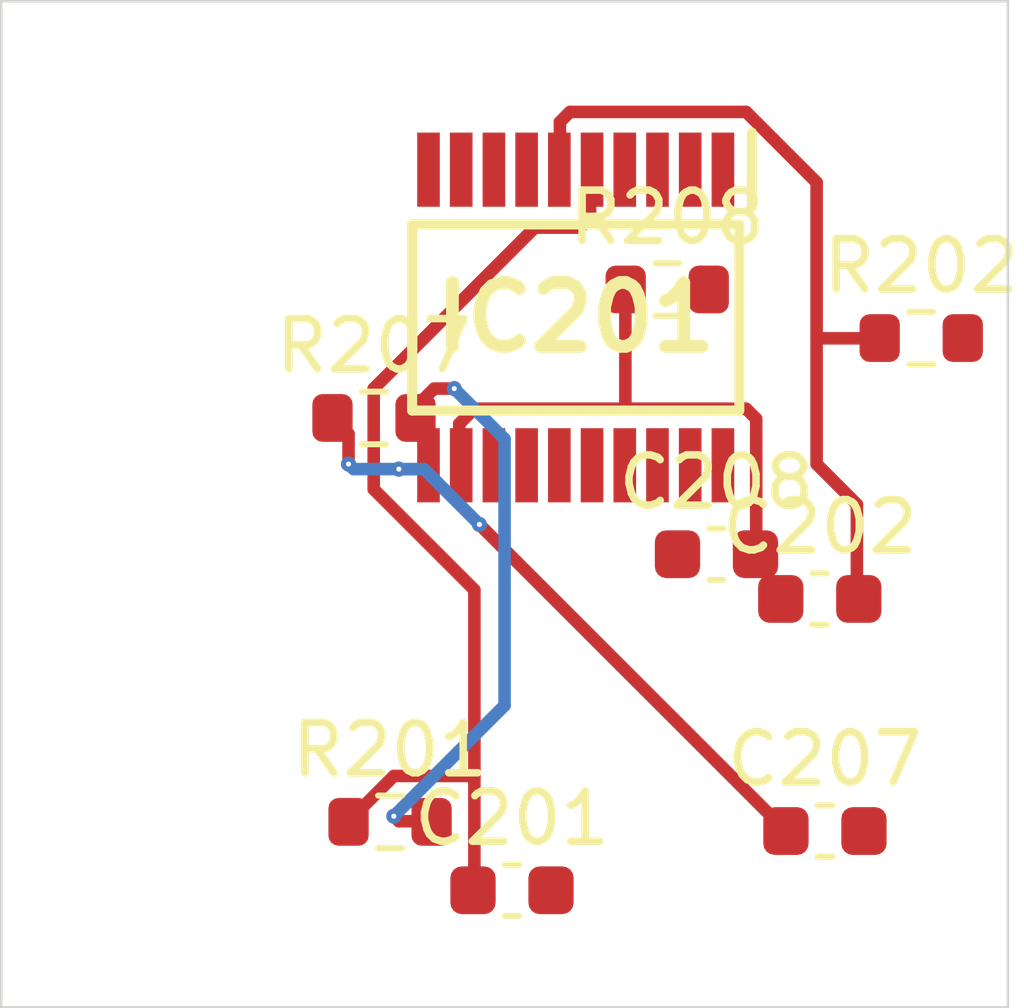
<source format=kicad_pcb>
 ( kicad_pcb  ( version 20171130 )
 ( host pcbnew 5.1.12-84ad8e8a86~92~ubuntu18.04.1 )
 ( general  ( thickness 1.6 )
 ( drawings 4 )
 ( tracks 0 )
 ( zones 0 )
 ( modules 9 )
 ( nets 19 )
)
 ( page A4 )
 ( layers  ( 0 F.Cu signal )
 ( 31 B.Cu signal )
 ( 32 B.Adhes user )
 ( 33 F.Adhes user )
 ( 34 B.Paste user )
 ( 35 F.Paste user )
 ( 36 B.SilkS user )
 ( 37 F.SilkS user )
 ( 38 B.Mask user )
 ( 39 F.Mask user )
 ( 40 Dwgs.User user )
 ( 41 Cmts.User user )
 ( 42 Eco1.User user )
 ( 43 Eco2.User user )
 ( 44 Edge.Cuts user )
 ( 45 Margin user )
 ( 46 B.CrtYd user )
 ( 47 F.CrtYd user )
 ( 48 B.Fab user )
 ( 49 F.Fab user )
)
 ( setup  ( last_trace_width 0.25 )
 ( trace_clearance 0.2 )
 ( zone_clearance 0.508 )
 ( zone_45_only no )
 ( trace_min 0.2 )
 ( via_size 0.8 )
 ( via_drill 0.4 )
 ( via_min_size 0.4 )
 ( via_min_drill 0.3 )
 ( uvia_size 0.3 )
 ( uvia_drill 0.1 )
 ( uvias_allowed no )
 ( uvia_min_size 0.2 )
 ( uvia_min_drill 0.1 )
 ( edge_width 0.05 )
 ( segment_width 0.2 )
 ( pcb_text_width 0.3 )
 ( pcb_text_size 1.5 1.5 )
 ( mod_edge_width 0.12 )
 ( mod_text_size 1 1 )
 ( mod_text_width 0.15 )
 ( pad_size 1.524 1.524 )
 ( pad_drill 0.762 )
 ( pad_to_mask_clearance 0 )
 ( aux_axis_origin 0 0 )
 ( visible_elements FFFFFF7F )
 ( pcbplotparams  ( layerselection 0x010fc_ffffffff )
 ( usegerberextensions false )
 ( usegerberattributes true )
 ( usegerberadvancedattributes true )
 ( creategerberjobfile true )
 ( excludeedgelayer true )
 ( linewidth 0.100000 )
 ( plotframeref false )
 ( viasonmask false )
 ( mode 1 )
 ( useauxorigin false )
 ( hpglpennumber 1 )
 ( hpglpenspeed 20 )
 ( hpglpendiameter 15.000000 )
 ( psnegative false )
 ( psa4output false )
 ( plotreference true )
 ( plotvalue true )
 ( plotinvisibletext false )
 ( padsonsilk false )
 ( subtractmaskfromsilk false )
 ( outputformat 1 )
 ( mirror false )
 ( drillshape 1 )
 ( scaleselection 1 )
 ( outputdirectory "" )
)
)
 ( net 0 "" )
 ( net 1 GND )
 ( net 2 /Sheet6235D886/ch0 )
 ( net 3 /Sheet6235D886/ch1 )
 ( net 4 /Sheet6235D886/ch2 )
 ( net 5 /Sheet6235D886/ch3 )
 ( net 6 /Sheet6235D886/ch4 )
 ( net 7 /Sheet6235D886/ch5 )
 ( net 8 /Sheet6235D886/ch6 )
 ( net 9 /Sheet6235D886/ch7 )
 ( net 10 VDD )
 ( net 11 VDDA )
 ( net 12 /Sheet6235D886/adc_csn )
 ( net 13 /Sheet6235D886/adc_sck )
 ( net 14 /Sheet6235D886/adc_sdi )
 ( net 15 /Sheet6235D886/adc_sdo )
 ( net 16 /Sheet6235D886/vp )
 ( net 17 /Sheet6248AD22/chn0 )
 ( net 18 /Sheet6248AD22/chn3 )
 ( net_class Default "This is the default net class."  ( clearance 0.2 )
 ( trace_width 0.25 )
 ( via_dia 0.8 )
 ( via_drill 0.4 )
 ( uvia_dia 0.3 )
 ( uvia_drill 0.1 )
 ( add_net /Sheet6235D886/adc_csn )
 ( add_net /Sheet6235D886/adc_sck )
 ( add_net /Sheet6235D886/adc_sdi )
 ( add_net /Sheet6235D886/adc_sdo )
 ( add_net /Sheet6235D886/ch0 )
 ( add_net /Sheet6235D886/ch1 )
 ( add_net /Sheet6235D886/ch2 )
 ( add_net /Sheet6235D886/ch3 )
 ( add_net /Sheet6235D886/ch4 )
 ( add_net /Sheet6235D886/ch5 )
 ( add_net /Sheet6235D886/ch6 )
 ( add_net /Sheet6235D886/ch7 )
 ( add_net /Sheet6235D886/vp )
 ( add_net /Sheet6248AD22/chn0 )
 ( add_net /Sheet6248AD22/chn3 )
 ( add_net GND )
 ( add_net VDD )
 ( add_net VDDA )
)
 ( module Capacitor_SMD:C_0603_1608Metric  ( layer F.Cu )
 ( tedit 5F68FEEE )
 ( tstamp 6234222D )
 ( at 90.148000 117.672000 )
 ( descr "Capacitor SMD 0603 (1608 Metric), square (rectangular) end terminal, IPC_7351 nominal, (Body size source: IPC-SM-782 page 76, https://www.pcb-3d.com/wordpress/wp-content/uploads/ipc-sm-782a_amendment_1_and_2.pdf), generated with kicad-footprint-generator" )
 ( tags capacitor )
 ( path /6235D887/623691C5 )
 ( attr smd )
 ( fp_text reference C201  ( at 0 -1.43 )
 ( layer F.SilkS )
 ( effects  ( font  ( size 1 1 )
 ( thickness 0.15 )
)
)
)
 ( fp_text value 0.1uF  ( at 0 1.43 )
 ( layer F.Fab )
 ( effects  ( font  ( size 1 1 )
 ( thickness 0.15 )
)
)
)
 ( fp_line  ( start -0.8 0.4 )
 ( end -0.8 -0.4 )
 ( layer F.Fab )
 ( width 0.1 )
)
 ( fp_line  ( start -0.8 -0.4 )
 ( end 0.8 -0.4 )
 ( layer F.Fab )
 ( width 0.1 )
)
 ( fp_line  ( start 0.8 -0.4 )
 ( end 0.8 0.4 )
 ( layer F.Fab )
 ( width 0.1 )
)
 ( fp_line  ( start 0.8 0.4 )
 ( end -0.8 0.4 )
 ( layer F.Fab )
 ( width 0.1 )
)
 ( fp_line  ( start -0.14058 -0.51 )
 ( end 0.14058 -0.51 )
 ( layer F.SilkS )
 ( width 0.12 )
)
 ( fp_line  ( start -0.14058 0.51 )
 ( end 0.14058 0.51 )
 ( layer F.SilkS )
 ( width 0.12 )
)
 ( fp_line  ( start -1.48 0.73 )
 ( end -1.48 -0.73 )
 ( layer F.CrtYd )
 ( width 0.05 )
)
 ( fp_line  ( start -1.48 -0.73 )
 ( end 1.48 -0.73 )
 ( layer F.CrtYd )
 ( width 0.05 )
)
 ( fp_line  ( start 1.48 -0.73 )
 ( end 1.48 0.73 )
 ( layer F.CrtYd )
 ( width 0.05 )
)
 ( fp_line  ( start 1.48 0.73 )
 ( end -1.48 0.73 )
 ( layer F.CrtYd )
 ( width 0.05 )
)
 ( fp_text user %R  ( at 0 0 )
 ( layer F.Fab )
 ( effects  ( font  ( size 0.4 0.4 )
 ( thickness 0.06 )
)
)
)
 ( pad 2 smd roundrect  ( at 0.775 0 )
 ( size 0.9 0.95 )
 ( layers F.Cu F.Mask F.Paste )
 ( roundrect_rratio 0.25 )
 ( net 1 GND )
)
 ( pad 1 smd roundrect  ( at -0.775 0 )
 ( size 0.9 0.95 )
 ( layers F.Cu F.Mask F.Paste )
 ( roundrect_rratio 0.25 )
 ( net 2 /Sheet6235D886/ch0 )
)
 ( model ${KISYS3DMOD}/Capacitor_SMD.3dshapes/C_0603_1608Metric.wrl  ( at  ( xyz 0 0 0 )
)
 ( scale  ( xyz 1 1 1 )
)
 ( rotate  ( xyz 0 0 0 )
)
)
)
 ( module Capacitor_SMD:C_0603_1608Metric  ( layer F.Cu )
 ( tedit 5F68FEEE )
 ( tstamp 6234223E )
 ( at 96.262700 111.881000 )
 ( descr "Capacitor SMD 0603 (1608 Metric), square (rectangular) end terminal, IPC_7351 nominal, (Body size source: IPC-SM-782 page 76, https://www.pcb-3d.com/wordpress/wp-content/uploads/ipc-sm-782a_amendment_1_and_2.pdf), generated with kicad-footprint-generator" )
 ( tags capacitor )
 ( path /6235D887/62369EE0 )
 ( attr smd )
 ( fp_text reference C202  ( at 0 -1.43 )
 ( layer F.SilkS )
 ( effects  ( font  ( size 1 1 )
 ( thickness 0.15 )
)
)
)
 ( fp_text value 0.1uF  ( at 0 1.43 )
 ( layer F.Fab )
 ( effects  ( font  ( size 1 1 )
 ( thickness 0.15 )
)
)
)
 ( fp_line  ( start 1.48 0.73 )
 ( end -1.48 0.73 )
 ( layer F.CrtYd )
 ( width 0.05 )
)
 ( fp_line  ( start 1.48 -0.73 )
 ( end 1.48 0.73 )
 ( layer F.CrtYd )
 ( width 0.05 )
)
 ( fp_line  ( start -1.48 -0.73 )
 ( end 1.48 -0.73 )
 ( layer F.CrtYd )
 ( width 0.05 )
)
 ( fp_line  ( start -1.48 0.73 )
 ( end -1.48 -0.73 )
 ( layer F.CrtYd )
 ( width 0.05 )
)
 ( fp_line  ( start -0.14058 0.51 )
 ( end 0.14058 0.51 )
 ( layer F.SilkS )
 ( width 0.12 )
)
 ( fp_line  ( start -0.14058 -0.51 )
 ( end 0.14058 -0.51 )
 ( layer F.SilkS )
 ( width 0.12 )
)
 ( fp_line  ( start 0.8 0.4 )
 ( end -0.8 0.4 )
 ( layer F.Fab )
 ( width 0.1 )
)
 ( fp_line  ( start 0.8 -0.4 )
 ( end 0.8 0.4 )
 ( layer F.Fab )
 ( width 0.1 )
)
 ( fp_line  ( start -0.8 -0.4 )
 ( end 0.8 -0.4 )
 ( layer F.Fab )
 ( width 0.1 )
)
 ( fp_line  ( start -0.8 0.4 )
 ( end -0.8 -0.4 )
 ( layer F.Fab )
 ( width 0.1 )
)
 ( fp_text user %R  ( at 0 0 )
 ( layer F.Fab )
 ( effects  ( font  ( size 0.4 0.4 )
 ( thickness 0.06 )
)
)
)
 ( pad 1 smd roundrect  ( at -0.775 0 )
 ( size 0.9 0.95 )
 ( layers F.Cu F.Mask F.Paste )
 ( roundrect_rratio 0.25 )
 ( net 1 GND )
)
 ( pad 2 smd roundrect  ( at 0.775 0 )
 ( size 0.9 0.95 )
 ( layers F.Cu F.Mask F.Paste )
 ( roundrect_rratio 0.25 )
 ( net 3 /Sheet6235D886/ch1 )
)
 ( model ${KISYS3DMOD}/Capacitor_SMD.3dshapes/C_0603_1608Metric.wrl  ( at  ( xyz 0 0 0 )
)
 ( scale  ( xyz 1 1 1 )
)
 ( rotate  ( xyz 0 0 0 )
)
)
)
 ( module Capacitor_SMD:C_0603_1608Metric  ( layer F.Cu )
 ( tedit 5F68FEEE )
 ( tstamp 62342293 )
 ( at 96.365400 116.495000 )
 ( descr "Capacitor SMD 0603 (1608 Metric), square (rectangular) end terminal, IPC_7351 nominal, (Body size source: IPC-SM-782 page 76, https://www.pcb-3d.com/wordpress/wp-content/uploads/ipc-sm-782a_amendment_1_and_2.pdf), generated with kicad-footprint-generator" )
 ( tags capacitor )
 ( path /6235D887/6238B3FE )
 ( attr smd )
 ( fp_text reference C207  ( at 0 -1.43 )
 ( layer F.SilkS )
 ( effects  ( font  ( size 1 1 )
 ( thickness 0.15 )
)
)
)
 ( fp_text value 0.1uF  ( at 0 1.43 )
 ( layer F.Fab )
 ( effects  ( font  ( size 1 1 )
 ( thickness 0.15 )
)
)
)
 ( fp_line  ( start -0.8 0.4 )
 ( end -0.8 -0.4 )
 ( layer F.Fab )
 ( width 0.1 )
)
 ( fp_line  ( start -0.8 -0.4 )
 ( end 0.8 -0.4 )
 ( layer F.Fab )
 ( width 0.1 )
)
 ( fp_line  ( start 0.8 -0.4 )
 ( end 0.8 0.4 )
 ( layer F.Fab )
 ( width 0.1 )
)
 ( fp_line  ( start 0.8 0.4 )
 ( end -0.8 0.4 )
 ( layer F.Fab )
 ( width 0.1 )
)
 ( fp_line  ( start -0.14058 -0.51 )
 ( end 0.14058 -0.51 )
 ( layer F.SilkS )
 ( width 0.12 )
)
 ( fp_line  ( start -0.14058 0.51 )
 ( end 0.14058 0.51 )
 ( layer F.SilkS )
 ( width 0.12 )
)
 ( fp_line  ( start -1.48 0.73 )
 ( end -1.48 -0.73 )
 ( layer F.CrtYd )
 ( width 0.05 )
)
 ( fp_line  ( start -1.48 -0.73 )
 ( end 1.48 -0.73 )
 ( layer F.CrtYd )
 ( width 0.05 )
)
 ( fp_line  ( start 1.48 -0.73 )
 ( end 1.48 0.73 )
 ( layer F.CrtYd )
 ( width 0.05 )
)
 ( fp_line  ( start 1.48 0.73 )
 ( end -1.48 0.73 )
 ( layer F.CrtYd )
 ( width 0.05 )
)
 ( fp_text user %R  ( at 0 0 )
 ( layer F.Fab )
 ( effects  ( font  ( size 0.4 0.4 )
 ( thickness 0.06 )
)
)
)
 ( pad 2 smd roundrect  ( at 0.775 0 )
 ( size 0.9 0.95 )
 ( layers F.Cu F.Mask F.Paste )
 ( roundrect_rratio 0.25 )
 ( net 1 GND )
)
 ( pad 1 smd roundrect  ( at -0.775 0 )
 ( size 0.9 0.95 )
 ( layers F.Cu F.Mask F.Paste )
 ( roundrect_rratio 0.25 )
 ( net 8 /Sheet6235D886/ch6 )
)
 ( model ${KISYS3DMOD}/Capacitor_SMD.3dshapes/C_0603_1608Metric.wrl  ( at  ( xyz 0 0 0 )
)
 ( scale  ( xyz 1 1 1 )
)
 ( rotate  ( xyz 0 0 0 )
)
)
)
 ( module Capacitor_SMD:C_0603_1608Metric  ( layer F.Cu )
 ( tedit 5F68FEEE )
 ( tstamp 623422A4 )
 ( at 94.210500 110.992000 )
 ( descr "Capacitor SMD 0603 (1608 Metric), square (rectangular) end terminal, IPC_7351 nominal, (Body size source: IPC-SM-782 page 76, https://www.pcb-3d.com/wordpress/wp-content/uploads/ipc-sm-782a_amendment_1_and_2.pdf), generated with kicad-footprint-generator" )
 ( tags capacitor )
 ( path /6235D887/6238B404 )
 ( attr smd )
 ( fp_text reference C208  ( at 0 -1.43 )
 ( layer F.SilkS )
 ( effects  ( font  ( size 1 1 )
 ( thickness 0.15 )
)
)
)
 ( fp_text value 0.1uF  ( at 0 1.43 )
 ( layer F.Fab )
 ( effects  ( font  ( size 1 1 )
 ( thickness 0.15 )
)
)
)
 ( fp_line  ( start 1.48 0.73 )
 ( end -1.48 0.73 )
 ( layer F.CrtYd )
 ( width 0.05 )
)
 ( fp_line  ( start 1.48 -0.73 )
 ( end 1.48 0.73 )
 ( layer F.CrtYd )
 ( width 0.05 )
)
 ( fp_line  ( start -1.48 -0.73 )
 ( end 1.48 -0.73 )
 ( layer F.CrtYd )
 ( width 0.05 )
)
 ( fp_line  ( start -1.48 0.73 )
 ( end -1.48 -0.73 )
 ( layer F.CrtYd )
 ( width 0.05 )
)
 ( fp_line  ( start -0.14058 0.51 )
 ( end 0.14058 0.51 )
 ( layer F.SilkS )
 ( width 0.12 )
)
 ( fp_line  ( start -0.14058 -0.51 )
 ( end 0.14058 -0.51 )
 ( layer F.SilkS )
 ( width 0.12 )
)
 ( fp_line  ( start 0.8 0.4 )
 ( end -0.8 0.4 )
 ( layer F.Fab )
 ( width 0.1 )
)
 ( fp_line  ( start 0.8 -0.4 )
 ( end 0.8 0.4 )
 ( layer F.Fab )
 ( width 0.1 )
)
 ( fp_line  ( start -0.8 -0.4 )
 ( end 0.8 -0.4 )
 ( layer F.Fab )
 ( width 0.1 )
)
 ( fp_line  ( start -0.8 0.4 )
 ( end -0.8 -0.4 )
 ( layer F.Fab )
 ( width 0.1 )
)
 ( fp_text user %R  ( at 0 0 )
 ( layer F.Fab )
 ( effects  ( font  ( size 0.4 0.4 )
 ( thickness 0.06 )
)
)
)
 ( pad 1 smd roundrect  ( at -0.775 0 )
 ( size 0.9 0.95 )
 ( layers F.Cu F.Mask F.Paste )
 ( roundrect_rratio 0.25 )
 ( net 1 GND )
)
 ( pad 2 smd roundrect  ( at 0.775 0 )
 ( size 0.9 0.95 )
 ( layers F.Cu F.Mask F.Paste )
 ( roundrect_rratio 0.25 )
 ( net 9 /Sheet6235D886/ch7 )
)
 ( model ${KISYS3DMOD}/Capacitor_SMD.3dshapes/C_0603_1608Metric.wrl  ( at  ( xyz 0 0 0 )
)
 ( scale  ( xyz 1 1 1 )
)
 ( rotate  ( xyz 0 0 0 )
)
)
)
 ( module MCP3564R-E_ST:SOP65P640X120-20N locked  ( layer F.Cu )
 ( tedit 623351C2 )
 ( tstamp 623423D6 )
 ( at 91.413300 106.286000 270.000000 )
 ( descr "20-Lead Plastic Thin Shrink Small Outline (ST) - 4.4mm body [TSSOP]" )
 ( tags "Integrated Circuit" )
 ( path /6235D887/6235E071 )
 ( attr smd )
 ( fp_text reference IC201  ( at 0 0 )
 ( layer F.SilkS )
 ( effects  ( font  ( size 1.27 1.27 )
 ( thickness 0.254 )
)
)
)
 ( fp_text value MCP3564R-E_ST  ( at 0 0 )
 ( layer F.SilkS )
hide  ( effects  ( font  ( size 1.27 1.27 )
 ( thickness 0.254 )
)
)
)
 ( fp_line  ( start -3.925 -3.55 )
 ( end 3.925 -3.55 )
 ( layer Dwgs.User )
 ( width 0.05 )
)
 ( fp_line  ( start 3.925 -3.55 )
 ( end 3.925 3.55 )
 ( layer Dwgs.User )
 ( width 0.05 )
)
 ( fp_line  ( start 3.925 3.55 )
 ( end -3.925 3.55 )
 ( layer Dwgs.User )
 ( width 0.05 )
)
 ( fp_line  ( start -3.925 3.55 )
 ( end -3.925 -3.55 )
 ( layer Dwgs.User )
 ( width 0.05 )
)
 ( fp_line  ( start -2.2 -3.25 )
 ( end 2.2 -3.25 )
 ( layer Dwgs.User )
 ( width 0.1 )
)
 ( fp_line  ( start 2.2 -3.25 )
 ( end 2.2 3.25 )
 ( layer Dwgs.User )
 ( width 0.1 )
)
 ( fp_line  ( start 2.2 3.25 )
 ( end -2.2 3.25 )
 ( layer Dwgs.User )
 ( width 0.1 )
)
 ( fp_line  ( start -2.2 3.25 )
 ( end -2.2 -3.25 )
 ( layer Dwgs.User )
 ( width 0.1 )
)
 ( fp_line  ( start -2.2 -2.6 )
 ( end -1.55 -3.25 )
 ( layer Dwgs.User )
 ( width 0.1 )
)
 ( fp_line  ( start -1.85 -3.25 )
 ( end 1.85 -3.25 )
 ( layer F.SilkS )
 ( width 0.2 )
)
 ( fp_line  ( start 1.85 -3.25 )
 ( end 1.85 3.25 )
 ( layer F.SilkS )
 ( width 0.2 )
)
 ( fp_line  ( start 1.85 3.25 )
 ( end -1.85 3.25 )
 ( layer F.SilkS )
 ( width 0.2 )
)
 ( fp_line  ( start -1.85 3.25 )
 ( end -1.85 -3.25 )
 ( layer F.SilkS )
 ( width 0.2 )
)
 ( fp_line  ( start -3.675 -3.5 )
 ( end -2.2 -3.5 )
 ( layer F.SilkS )
 ( width 0.2 )
)
 ( pad 1 smd rect  ( at -2.938 -2.925 )
 ( size 0.45 1.475 )
 ( layers F.Cu F.Mask F.Paste )
 ( net 11 VDDA )
)
 ( pad 2 smd rect  ( at -2.938 -2.275 )
 ( size 0.45 1.475 )
 ( layers F.Cu F.Mask F.Paste )
 ( net 1 GND )
)
 ( pad 3 smd rect  ( at -2.938 -1.625 )
 ( size 0.45 1.475 )
 ( layers F.Cu F.Mask F.Paste )
 ( net 1 GND )
)
 ( pad 4 smd rect  ( at -2.938 -0.975 )
 ( size 0.45 1.475 )
 ( layers F.Cu F.Mask F.Paste )
)
 ( pad 5 smd rect  ( at -2.938 -0.325 )
 ( size 0.45 1.475 )
 ( layers F.Cu F.Mask F.Paste )
 ( net 2 /Sheet6235D886/ch0 )
)
 ( pad 6 smd rect  ( at -2.938 0.325 )
 ( size 0.45 1.475 )
 ( layers F.Cu F.Mask F.Paste )
 ( net 3 /Sheet6235D886/ch1 )
)
 ( pad 7 smd rect  ( at -2.938 0.975 )
 ( size 0.45 1.475 )
 ( layers F.Cu F.Mask F.Paste )
 ( net 4 /Sheet6235D886/ch2 )
)
 ( pad 8 smd rect  ( at -2.938 1.625 )
 ( size 0.45 1.475 )
 ( layers F.Cu F.Mask F.Paste )
 ( net 5 /Sheet6235D886/ch3 )
)
 ( pad 9 smd rect  ( at -2.938 2.275 )
 ( size 0.45 1.475 )
 ( layers F.Cu F.Mask F.Paste )
 ( net 6 /Sheet6235D886/ch4 )
)
 ( pad 10 smd rect  ( at -2.938 2.925 )
 ( size 0.45 1.475 )
 ( layers F.Cu F.Mask F.Paste )
 ( net 7 /Sheet6235D886/ch5 )
)
 ( pad 11 smd rect  ( at 2.938 2.925 )
 ( size 0.45 1.475 )
 ( layers F.Cu F.Mask F.Paste )
 ( net 8 /Sheet6235D886/ch6 )
)
 ( pad 12 smd rect  ( at 2.938 2.275 )
 ( size 0.45 1.475 )
 ( layers F.Cu F.Mask F.Paste )
 ( net 9 /Sheet6235D886/ch7 )
)
 ( pad 13 smd rect  ( at 2.938 1.625 )
 ( size 0.45 1.475 )
 ( layers F.Cu F.Mask F.Paste )
 ( net 12 /Sheet6235D886/adc_csn )
)
 ( pad 14 smd rect  ( at 2.938 0.975 )
 ( size 0.45 1.475 )
 ( layers F.Cu F.Mask F.Paste )
 ( net 13 /Sheet6235D886/adc_sck )
)
 ( pad 15 smd rect  ( at 2.938 0.325 )
 ( size 0.45 1.475 )
 ( layers F.Cu F.Mask F.Paste )
 ( net 14 /Sheet6235D886/adc_sdi )
)
 ( pad 16 smd rect  ( at 2.938 -0.325 )
 ( size 0.45 1.475 )
 ( layers F.Cu F.Mask F.Paste )
 ( net 15 /Sheet6235D886/adc_sdo )
)
 ( pad 17 smd rect  ( at 2.938 -0.975 )
 ( size 0.45 1.475 )
 ( layers F.Cu F.Mask F.Paste )
)
 ( pad 18 smd rect  ( at 2.938 -1.625 )
 ( size 0.45 1.475 )
 ( layers F.Cu F.Mask F.Paste )
)
 ( pad 19 smd rect  ( at 2.938 -2.275 )
 ( size 0.45 1.475 )
 ( layers F.Cu F.Mask F.Paste )
 ( net 1 GND )
)
 ( pad 20 smd rect  ( at 2.938 -2.925 )
 ( size 0.45 1.475 )
 ( layers F.Cu F.Mask F.Paste )
 ( net 10 VDD )
)
)
 ( module Resistor_SMD:R_0603_1608Metric  ( layer F.Cu )
 ( tedit 5F68FEEE )
 ( tstamp 6234250D )
 ( at 87.725100 116.312000 )
 ( descr "Resistor SMD 0603 (1608 Metric), square (rectangular) end terminal, IPC_7351 nominal, (Body size source: IPC-SM-782 page 72, https://www.pcb-3d.com/wordpress/wp-content/uploads/ipc-sm-782a_amendment_1_and_2.pdf), generated with kicad-footprint-generator" )
 ( tags resistor )
 ( path /6235D887/623641B7 )
 ( attr smd )
 ( fp_text reference R201  ( at 0 -1.43 )
 ( layer F.SilkS )
 ( effects  ( font  ( size 1 1 )
 ( thickness 0.15 )
)
)
)
 ( fp_text value 1k  ( at 0 1.43 )
 ( layer F.Fab )
 ( effects  ( font  ( size 1 1 )
 ( thickness 0.15 )
)
)
)
 ( fp_line  ( start -0.8 0.4125 )
 ( end -0.8 -0.4125 )
 ( layer F.Fab )
 ( width 0.1 )
)
 ( fp_line  ( start -0.8 -0.4125 )
 ( end 0.8 -0.4125 )
 ( layer F.Fab )
 ( width 0.1 )
)
 ( fp_line  ( start 0.8 -0.4125 )
 ( end 0.8 0.4125 )
 ( layer F.Fab )
 ( width 0.1 )
)
 ( fp_line  ( start 0.8 0.4125 )
 ( end -0.8 0.4125 )
 ( layer F.Fab )
 ( width 0.1 )
)
 ( fp_line  ( start -0.237258 -0.5225 )
 ( end 0.237258 -0.5225 )
 ( layer F.SilkS )
 ( width 0.12 )
)
 ( fp_line  ( start -0.237258 0.5225 )
 ( end 0.237258 0.5225 )
 ( layer F.SilkS )
 ( width 0.12 )
)
 ( fp_line  ( start -1.48 0.73 )
 ( end -1.48 -0.73 )
 ( layer F.CrtYd )
 ( width 0.05 )
)
 ( fp_line  ( start -1.48 -0.73 )
 ( end 1.48 -0.73 )
 ( layer F.CrtYd )
 ( width 0.05 )
)
 ( fp_line  ( start 1.48 -0.73 )
 ( end 1.48 0.73 )
 ( layer F.CrtYd )
 ( width 0.05 )
)
 ( fp_line  ( start 1.48 0.73 )
 ( end -1.48 0.73 )
 ( layer F.CrtYd )
 ( width 0.05 )
)
 ( fp_text user %R  ( at 0 0 )
 ( layer F.Fab )
 ( effects  ( font  ( size 0.4 0.4 )
 ( thickness 0.06 )
)
)
)
 ( pad 2 smd roundrect  ( at 0.825 0 )
 ( size 0.8 0.95 )
 ( layers F.Cu F.Mask F.Paste )
 ( roundrect_rratio 0.25 )
 ( net 16 /Sheet6235D886/vp )
)
 ( pad 1 smd roundrect  ( at -0.825 0 )
 ( size 0.8 0.95 )
 ( layers F.Cu F.Mask F.Paste )
 ( roundrect_rratio 0.25 )
 ( net 2 /Sheet6235D886/ch0 )
)
 ( model ${KISYS3DMOD}/Resistor_SMD.3dshapes/R_0603_1608Metric.wrl  ( at  ( xyz 0 0 0 )
)
 ( scale  ( xyz 1 1 1 )
)
 ( rotate  ( xyz 0 0 0 )
)
)
)
 ( module Resistor_SMD:R_0603_1608Metric  ( layer F.Cu )
 ( tedit 5F68FEEE )
 ( tstamp 6234251E )
 ( at 98.278600 106.695000 )
 ( descr "Resistor SMD 0603 (1608 Metric), square (rectangular) end terminal, IPC_7351 nominal, (Body size source: IPC-SM-782 page 72, https://www.pcb-3d.com/wordpress/wp-content/uploads/ipc-sm-782a_amendment_1_and_2.pdf), generated with kicad-footprint-generator" )
 ( tags resistor )
 ( path /6235D887/6236A646 )
 ( attr smd )
 ( fp_text reference R202  ( at 0 -1.43 )
 ( layer F.SilkS )
 ( effects  ( font  ( size 1 1 )
 ( thickness 0.15 )
)
)
)
 ( fp_text value 1k  ( at 0 1.43 )
 ( layer F.Fab )
 ( effects  ( font  ( size 1 1 )
 ( thickness 0.15 )
)
)
)
 ( fp_line  ( start 1.48 0.73 )
 ( end -1.48 0.73 )
 ( layer F.CrtYd )
 ( width 0.05 )
)
 ( fp_line  ( start 1.48 -0.73 )
 ( end 1.48 0.73 )
 ( layer F.CrtYd )
 ( width 0.05 )
)
 ( fp_line  ( start -1.48 -0.73 )
 ( end 1.48 -0.73 )
 ( layer F.CrtYd )
 ( width 0.05 )
)
 ( fp_line  ( start -1.48 0.73 )
 ( end -1.48 -0.73 )
 ( layer F.CrtYd )
 ( width 0.05 )
)
 ( fp_line  ( start -0.237258 0.5225 )
 ( end 0.237258 0.5225 )
 ( layer F.SilkS )
 ( width 0.12 )
)
 ( fp_line  ( start -0.237258 -0.5225 )
 ( end 0.237258 -0.5225 )
 ( layer F.SilkS )
 ( width 0.12 )
)
 ( fp_line  ( start 0.8 0.4125 )
 ( end -0.8 0.4125 )
 ( layer F.Fab )
 ( width 0.1 )
)
 ( fp_line  ( start 0.8 -0.4125 )
 ( end 0.8 0.4125 )
 ( layer F.Fab )
 ( width 0.1 )
)
 ( fp_line  ( start -0.8 -0.4125 )
 ( end 0.8 -0.4125 )
 ( layer F.Fab )
 ( width 0.1 )
)
 ( fp_line  ( start -0.8 0.4125 )
 ( end -0.8 -0.4125 )
 ( layer F.Fab )
 ( width 0.1 )
)
 ( fp_text user %R  ( at 0 0 )
 ( layer F.Fab )
 ( effects  ( font  ( size 0.4 0.4 )
 ( thickness 0.06 )
)
)
)
 ( pad 1 smd roundrect  ( at -0.825 0 )
 ( size 0.8 0.95 )
 ( layers F.Cu F.Mask F.Paste )
 ( roundrect_rratio 0.25 )
 ( net 3 /Sheet6235D886/ch1 )
)
 ( pad 2 smd roundrect  ( at 0.825 0 )
 ( size 0.8 0.95 )
 ( layers F.Cu F.Mask F.Paste )
 ( roundrect_rratio 0.25 )
 ( net 17 /Sheet6248AD22/chn0 )
)
 ( model ${KISYS3DMOD}/Resistor_SMD.3dshapes/R_0603_1608Metric.wrl  ( at  ( xyz 0 0 0 )
)
 ( scale  ( xyz 1 1 1 )
)
 ( rotate  ( xyz 0 0 0 )
)
)
)
 ( module Resistor_SMD:R_0603_1608Metric  ( layer F.Cu )
 ( tedit 5F68FEEE )
 ( tstamp 62342573 )
 ( at 87.405800 108.283000 )
 ( descr "Resistor SMD 0603 (1608 Metric), square (rectangular) end terminal, IPC_7351 nominal, (Body size source: IPC-SM-782 page 72, https://www.pcb-3d.com/wordpress/wp-content/uploads/ipc-sm-782a_amendment_1_and_2.pdf), generated with kicad-footprint-generator" )
 ( tags resistor )
 ( path /6235D887/6238B3F8 )
 ( attr smd )
 ( fp_text reference R207  ( at 0 -1.43 )
 ( layer F.SilkS )
 ( effects  ( font  ( size 1 1 )
 ( thickness 0.15 )
)
)
)
 ( fp_text value 1k  ( at 0 1.43 )
 ( layer F.Fab )
 ( effects  ( font  ( size 1 1 )
 ( thickness 0.15 )
)
)
)
 ( fp_line  ( start -0.8 0.4125 )
 ( end -0.8 -0.4125 )
 ( layer F.Fab )
 ( width 0.1 )
)
 ( fp_line  ( start -0.8 -0.4125 )
 ( end 0.8 -0.4125 )
 ( layer F.Fab )
 ( width 0.1 )
)
 ( fp_line  ( start 0.8 -0.4125 )
 ( end 0.8 0.4125 )
 ( layer F.Fab )
 ( width 0.1 )
)
 ( fp_line  ( start 0.8 0.4125 )
 ( end -0.8 0.4125 )
 ( layer F.Fab )
 ( width 0.1 )
)
 ( fp_line  ( start -0.237258 -0.5225 )
 ( end 0.237258 -0.5225 )
 ( layer F.SilkS )
 ( width 0.12 )
)
 ( fp_line  ( start -0.237258 0.5225 )
 ( end 0.237258 0.5225 )
 ( layer F.SilkS )
 ( width 0.12 )
)
 ( fp_line  ( start -1.48 0.73 )
 ( end -1.48 -0.73 )
 ( layer F.CrtYd )
 ( width 0.05 )
)
 ( fp_line  ( start -1.48 -0.73 )
 ( end 1.48 -0.73 )
 ( layer F.CrtYd )
 ( width 0.05 )
)
 ( fp_line  ( start 1.48 -0.73 )
 ( end 1.48 0.73 )
 ( layer F.CrtYd )
 ( width 0.05 )
)
 ( fp_line  ( start 1.48 0.73 )
 ( end -1.48 0.73 )
 ( layer F.CrtYd )
 ( width 0.05 )
)
 ( fp_text user %R  ( at 0 0 )
 ( layer F.Fab )
 ( effects  ( font  ( size 0.4 0.4 )
 ( thickness 0.06 )
)
)
)
 ( pad 2 smd roundrect  ( at 0.825 0 )
 ( size 0.8 0.95 )
 ( layers F.Cu F.Mask F.Paste )
 ( roundrect_rratio 0.25 )
 ( net 16 /Sheet6235D886/vp )
)
 ( pad 1 smd roundrect  ( at -0.825 0 )
 ( size 0.8 0.95 )
 ( layers F.Cu F.Mask F.Paste )
 ( roundrect_rratio 0.25 )
 ( net 8 /Sheet6235D886/ch6 )
)
 ( model ${KISYS3DMOD}/Resistor_SMD.3dshapes/R_0603_1608Metric.wrl  ( at  ( xyz 0 0 0 )
)
 ( scale  ( xyz 1 1 1 )
)
 ( rotate  ( xyz 0 0 0 )
)
)
)
 ( module Resistor_SMD:R_0603_1608Metric  ( layer F.Cu )
 ( tedit 5F68FEEE )
 ( tstamp 62342584 )
 ( at 93.231600 105.729000 )
 ( descr "Resistor SMD 0603 (1608 Metric), square (rectangular) end terminal, IPC_7351 nominal, (Body size source: IPC-SM-782 page 72, https://www.pcb-3d.com/wordpress/wp-content/uploads/ipc-sm-782a_amendment_1_and_2.pdf), generated with kicad-footprint-generator" )
 ( tags resistor )
 ( path /6235D887/6238B40A )
 ( attr smd )
 ( fp_text reference R208  ( at 0 -1.43 )
 ( layer F.SilkS )
 ( effects  ( font  ( size 1 1 )
 ( thickness 0.15 )
)
)
)
 ( fp_text value 1k  ( at 0 1.43 )
 ( layer F.Fab )
 ( effects  ( font  ( size 1 1 )
 ( thickness 0.15 )
)
)
)
 ( fp_line  ( start 1.48 0.73 )
 ( end -1.48 0.73 )
 ( layer F.CrtYd )
 ( width 0.05 )
)
 ( fp_line  ( start 1.48 -0.73 )
 ( end 1.48 0.73 )
 ( layer F.CrtYd )
 ( width 0.05 )
)
 ( fp_line  ( start -1.48 -0.73 )
 ( end 1.48 -0.73 )
 ( layer F.CrtYd )
 ( width 0.05 )
)
 ( fp_line  ( start -1.48 0.73 )
 ( end -1.48 -0.73 )
 ( layer F.CrtYd )
 ( width 0.05 )
)
 ( fp_line  ( start -0.237258 0.5225 )
 ( end 0.237258 0.5225 )
 ( layer F.SilkS )
 ( width 0.12 )
)
 ( fp_line  ( start -0.237258 -0.5225 )
 ( end 0.237258 -0.5225 )
 ( layer F.SilkS )
 ( width 0.12 )
)
 ( fp_line  ( start 0.8 0.4125 )
 ( end -0.8 0.4125 )
 ( layer F.Fab )
 ( width 0.1 )
)
 ( fp_line  ( start 0.8 -0.4125 )
 ( end 0.8 0.4125 )
 ( layer F.Fab )
 ( width 0.1 )
)
 ( fp_line  ( start -0.8 -0.4125 )
 ( end 0.8 -0.4125 )
 ( layer F.Fab )
 ( width 0.1 )
)
 ( fp_line  ( start -0.8 0.4125 )
 ( end -0.8 -0.4125 )
 ( layer F.Fab )
 ( width 0.1 )
)
 ( fp_text user %R  ( at 0 0 )
 ( layer F.Fab )
 ( effects  ( font  ( size 0.4 0.4 )
 ( thickness 0.06 )
)
)
)
 ( pad 1 smd roundrect  ( at -0.825 0 )
 ( size 0.8 0.95 )
 ( layers F.Cu F.Mask F.Paste )
 ( roundrect_rratio 0.25 )
 ( net 9 /Sheet6235D886/ch7 )
)
 ( pad 2 smd roundrect  ( at 0.825 0 )
 ( size 0.8 0.95 )
 ( layers F.Cu F.Mask F.Paste )
 ( roundrect_rratio 0.25 )
 ( net 18 /Sheet6248AD22/chn3 )
)
 ( model ${KISYS3DMOD}/Resistor_SMD.3dshapes/R_0603_1608Metric.wrl  ( at  ( xyz 0 0 0 )
)
 ( scale  ( xyz 1 1 1 )
)
 ( rotate  ( xyz 0 0 0 )
)
)
)
 ( gr_line  ( start 100 100 )
 ( end 100 120 )
 ( layer Edge.Cuts )
 ( width 0.05 )
 ( tstamp 62E770C4 )
)
 ( gr_line  ( start 80 120 )
 ( end 100 120 )
 ( layer Edge.Cuts )
 ( width 0.05 )
 ( tstamp 62E770C0 )
)
 ( gr_line  ( start 80 100 )
 ( end 100 100 )
 ( layer Edge.Cuts )
 ( width 0.05 )
 ( tstamp 6234110C )
)
 ( gr_line  ( start 80 100 )
 ( end 80 120 )
 ( layer Edge.Cuts )
 ( width 0.05 )
)
 ( segment  ( start 91.700001 103.300002 )
 ( end 91.700001 104.300002 )
 ( width 0.250000 )
 ( layer F.Cu )
 ( net 2 )
)
 ( segment  ( start 91.700001 104.300002 )
 ( end 91.500001 104.500002 )
 ( width 0.250000 )
 ( layer F.Cu )
 ( net 2 )
)
 ( segment  ( start 91.500001 104.500002 )
 ( end 90.600001 104.500002 )
 ( width 0.250000 )
 ( layer F.Cu )
 ( net 2 )
)
 ( segment  ( start 90.600001 104.500002 )
 ( end 87.400001 107.700002 )
 ( width 0.250000 )
 ( layer F.Cu )
 ( net 2 )
)
 ( segment  ( start 87.400001 107.700002 )
 ( end 87.400001 109.700002 )
 ( width 0.250000 )
 ( layer F.Cu )
 ( net 2 )
)
 ( segment  ( start 87.400001 109.700002 )
 ( end 89.400001 111.700002 )
 ( width 0.250000 )
 ( layer F.Cu )
 ( net 2 )
)
 ( segment  ( start 89.400001 111.700002 )
 ( end 89.400001 117.700002 )
 ( width 0.250000 )
 ( layer F.Cu )
 ( net 2 )
)
 ( segment  ( start 86.900001 116.300002 )
 ( end 87.800001 115.400002 )
 ( width 0.250000 )
 ( layer F.Cu )
 ( net 2 )
)
 ( segment  ( start 87.800001 115.400002 )
 ( end 89.400001 115.400002 )
 ( width 0.250000 )
 ( layer F.Cu )
 ( net 2 )
)
 ( segment  ( start 91.100001 103.300002 )
 ( end 91.100001 102.400002 )
 ( width 0.250000 )
 ( layer F.Cu )
 ( net 3 )
)
 ( segment  ( start 91.100001 102.400002 )
 ( end 91.300001 102.200002 )
 ( width 0.250000 )
 ( layer F.Cu )
 ( net 3 )
)
 ( segment  ( start 91.300001 102.200002 )
 ( end 94.800001 102.200002 )
 ( width 0.250000 )
 ( layer F.Cu )
 ( net 3 )
)
 ( segment  ( start 94.800001 102.200002 )
 ( end 96.200001 103.600002 )
 ( width 0.250000 )
 ( layer F.Cu )
 ( net 3 )
)
 ( segment  ( start 96.200001 103.600002 )
 ( end 96.200001 109.200002 )
 ( width 0.250000 )
 ( layer F.Cu )
 ( net 3 )
)
 ( segment  ( start 96.200001 109.200002 )
 ( end 97.000001 110.000002 )
 ( width 0.250000 )
 ( layer F.Cu )
 ( net 3 )
)
 ( segment  ( start 97.000001 110.000002 )
 ( end 97.000001 111.900002 )
 ( width 0.250000 )
 ( layer F.Cu )
 ( net 3 )
)
 ( segment  ( start 97.500001 106.700002 )
 ( end 96.200001 106.700002 )
 ( width 0.250000 )
 ( layer F.Cu )
 ( net 3 )
)
 ( segment  ( start 88.500001 109.200002 )
 ( end 88.400001 109.300002 )
 ( width 0.250000 )
 ( layer F.Cu )
 ( net 8 )
)
 ( segment  ( start 88.400001 109.300002 )
 ( end 87.900001 109.300002 )
 ( width 0.250000 )
 ( layer F.Cu )
 ( net 8 )
)
 ( segment  ( start 87.900001 109.300002 )
 ( end 88.400001 109.300002 )
 ( width 0.250000 )
 ( layer B.Cu )
 ( net 8 )
)
 ( segment  ( start 88.400001 109.300002 )
 ( end 89.500001 110.400002 )
 ( width 0.250000 )
 ( layer B.Cu )
 ( net 8 )
)
 ( segment  ( start 89.500001 110.400002 )
 ( end 95.600001 116.500002 )
 ( width 0.250000 )
 ( layer F.Cu )
 ( net 8 )
)
 ( segment  ( start 86.600001 108.300002 )
 ( end 86.900001 108.600002 )
 ( width 0.250000 )
 ( layer F.Cu )
 ( net 8 )
)
 ( segment  ( start 86.900001 108.600002 )
 ( end 86.900001 109.200002 )
 ( width 0.250000 )
 ( layer F.Cu )
 ( net 8 )
)
 ( segment  ( start 86.900001 109.200002 )
 ( end 87.000001 109.300002 )
 ( width 0.250000 )
 ( layer B.Cu )
 ( net 8 )
)
 ( segment  ( start 87.000001 109.300002 )
 ( end 87.900001 109.300002 )
 ( width 0.250000 )
 ( layer B.Cu )
 ( net 8 )
)
 ( via micro  ( at 87.900001 109.300002 )
 ( size 0.300000 )
 ( drill 0.100000 )
 ( layers F.Cu B.Cu )
 ( net 8 )
)
 ( via micro  ( at 89.500001 110.400002 )
 ( size 0.300000 )
 ( drill 0.100000 )
 ( layers F.Cu B.Cu )
 ( net 8 )
)
 ( via micro  ( at 86.900001 109.200002 )
 ( size 0.300000 )
 ( drill 0.100000 )
 ( layers F.Cu B.Cu )
 ( net 8 )
)
 ( segment  ( start 89.100001 109.200002 )
 ( end 89.100001 108.400002 )
 ( width 0.250000 )
 ( layer F.Cu )
 ( net 9 )
)
 ( segment  ( start 89.100001 108.400002 )
 ( end 89.400001 108.100002 )
 ( width 0.250000 )
 ( layer F.Cu )
 ( net 9 )
)
 ( segment  ( start 89.400001 108.100002 )
 ( end 94.800001 108.100002 )
 ( width 0.250000 )
 ( layer F.Cu )
 ( net 9 )
)
 ( segment  ( start 94.800001 108.100002 )
 ( end 95.000001 108.300002 )
 ( width 0.250000 )
 ( layer F.Cu )
 ( net 9 )
)
 ( segment  ( start 95.000001 108.300002 )
 ( end 95.000001 111.000002 )
 ( width 0.250000 )
 ( layer F.Cu )
 ( net 9 )
)
 ( segment  ( start 92.400001 105.700002 )
 ( end 92.400001 108.100002 )
 ( width 0.250000 )
 ( layer F.Cu )
 ( net 9 )
)
 ( segment  ( start 88.200001 108.300002 )
 ( end 88.100001 108.200002 )
 ( width 0.250000 )
 ( layer F.Cu )
 ( net 16 )
)
 ( segment  ( start 88.100001 108.200002 )
 ( end 88.600001 107.700002 )
 ( width 0.250000 )
 ( layer F.Cu )
 ( net 16 )
)
 ( segment  ( start 88.600001 107.700002 )
 ( end 89.000001 107.700002 )
 ( width 0.250000 )
 ( layer F.Cu )
 ( net 16 )
)
 ( segment  ( start 89.000001 107.700002 )
 ( end 90.000001 108.700002 )
 ( width 0.250000 )
 ( layer B.Cu )
 ( net 16 )
)
 ( segment  ( start 90.000001 108.700002 )
 ( end 90.000001 114.000002 )
 ( width 0.250000 )
 ( layer B.Cu )
 ( net 16 )
)
 ( segment  ( start 90.000001 114.000002 )
 ( end 87.800001 116.200002 )
 ( width 0.250000 )
 ( layer B.Cu )
 ( net 16 )
)
 ( segment  ( start 87.800001 116.200002 )
 ( end 87.900001 116.300002 )
 ( width 0.250000 )
 ( layer F.Cu )
 ( net 16 )
)
 ( segment  ( start 87.900001 116.300002 )
 ( end 88.600001 116.300002 )
 ( width 0.250000 )
 ( layer F.Cu )
 ( net 16 )
)
 ( via micro  ( at 89.000001 107.700002 )
 ( size 0.300000 )
 ( drill 0.100000 )
 ( layers F.Cu B.Cu )
 ( net 16 )
)
 ( via micro  ( at 87.800001 116.200002 )
 ( size 0.300000 )
 ( drill 0.100000 )
 ( layers F.Cu B.Cu )
 ( net 16 )
)
)

</source>
